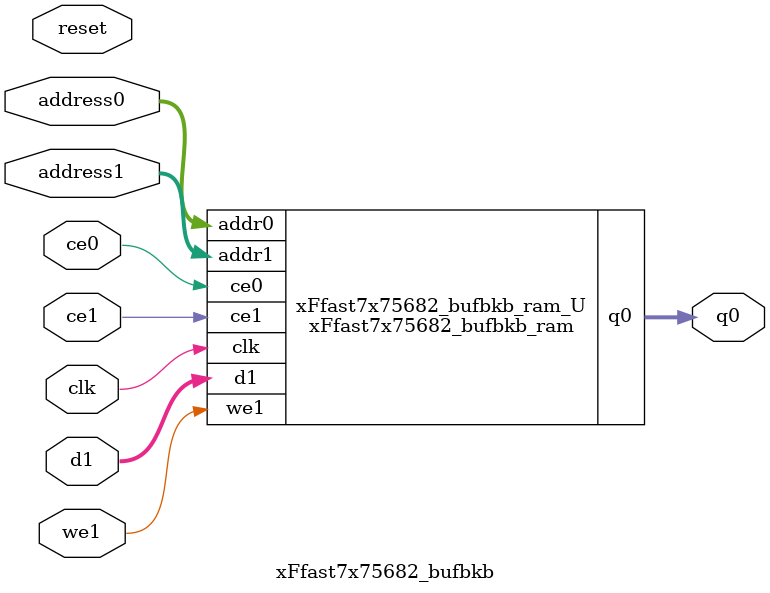
<source format=v>
`timescale 1 ns / 1 ps
module xFfast7x75682_bufbkb_ram (addr0, ce0, q0, addr1, ce1, d1, we1,  clk);

parameter DWIDTH = 8;
parameter AWIDTH = 12;
parameter MEM_SIZE = 3840;

input[AWIDTH-1:0] addr0;
input ce0;
output reg[DWIDTH-1:0] q0;
input[AWIDTH-1:0] addr1;
input ce1;
input[DWIDTH-1:0] d1;
input we1;
input clk;

(* ram_style = "block" *)reg [DWIDTH-1:0] ram[0:MEM_SIZE-1];




always @(posedge clk)  
begin 
    if (ce0) begin
        q0 <= ram[addr0];
    end
end


always @(posedge clk)  
begin 
    if (ce1) begin
        if (we1) 
            ram[addr1] <= d1; 
    end
end


endmodule

`timescale 1 ns / 1 ps
module xFfast7x75682_bufbkb(
    reset,
    clk,
    address0,
    ce0,
    q0,
    address1,
    ce1,
    we1,
    d1);

parameter DataWidth = 32'd8;
parameter AddressRange = 32'd3840;
parameter AddressWidth = 32'd12;
input reset;
input clk;
input[AddressWidth - 1:0] address0;
input ce0;
output[DataWidth - 1:0] q0;
input[AddressWidth - 1:0] address1;
input ce1;
input we1;
input[DataWidth - 1:0] d1;



xFfast7x75682_bufbkb_ram xFfast7x75682_bufbkb_ram_U(
    .clk( clk ),
    .addr0( address0 ),
    .ce0( ce0 ),
    .q0( q0 ),
    .addr1( address1 ),
    .ce1( ce1 ),
    .we1( we1 ),
    .d1( d1 ));

endmodule


</source>
